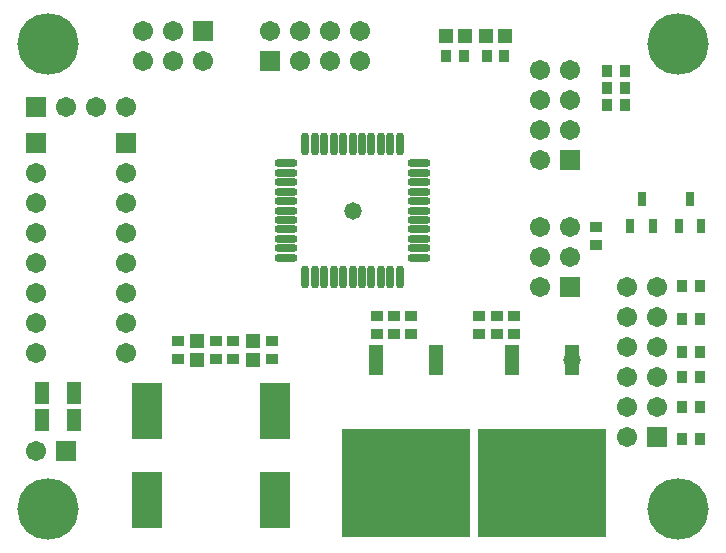
<source format=gts>
G04 Layer_Color=8388736*
%FSLAX24Y24*%
%MOIN*%
G70*
G01*
G75*
%ADD32R,0.0356X0.0434*%
%ADD33R,0.0513X0.0749*%
%ADD34R,0.0434X0.0356*%
%ADD35R,0.0986X0.1871*%
%ADD36R,0.0316X0.0474*%
%ADD37R,0.0493X0.1025*%
%ADD38R,0.4273X0.3584*%
%ADD39R,0.0474X0.0454*%
%ADD40R,0.0454X0.0474*%
%ADD41O,0.0297X0.0769*%
%ADD42O,0.0769X0.0297*%
%ADD43R,0.0671X0.0671*%
%ADD44C,0.0671*%
%ADD45R,0.0671X0.0671*%
%ADD46C,0.2049*%
%ADD47C,0.0580*%
D32*
X21721Y2350D02*
D03*
X21131D02*
D03*
X21721Y3400D02*
D03*
X21131D02*
D03*
X21721Y4400D02*
D03*
X21131D02*
D03*
X21721Y5250D02*
D03*
X21131D02*
D03*
X21721Y6350D02*
D03*
X21131D02*
D03*
X21721Y7450D02*
D03*
X21131D02*
D03*
X19227Y14600D02*
D03*
X18636D02*
D03*
X13872Y15118D02*
D03*
X13281D02*
D03*
X15212D02*
D03*
X14622D02*
D03*
X18636Y14027D02*
D03*
X19227D02*
D03*
X19227Y13455D02*
D03*
X18636D02*
D03*
D33*
X-210Y2983D02*
D03*
X853D02*
D03*
X-210Y3871D02*
D03*
X853D02*
D03*
D34*
X14379Y6432D02*
D03*
Y5842D02*
D03*
X14952Y6432D02*
D03*
Y5842D02*
D03*
X15524Y6432D02*
D03*
Y5842D02*
D03*
X11523Y6432D02*
D03*
Y5842D02*
D03*
X12095Y6432D02*
D03*
Y5842D02*
D03*
X10950Y6432D02*
D03*
Y5842D02*
D03*
X6176Y5595D02*
D03*
Y5005D02*
D03*
X5603Y5005D02*
D03*
Y5595D02*
D03*
X4320Y5595D02*
D03*
Y5005D02*
D03*
X18276Y8809D02*
D03*
Y9400D02*
D03*
X7458Y5005D02*
D03*
Y5595D02*
D03*
D35*
X3305Y318D02*
D03*
Y3271D02*
D03*
X7559Y318D02*
D03*
Y3271D02*
D03*
D36*
X19415Y9435D02*
D03*
X20163D02*
D03*
X19789Y10340D02*
D03*
X21021Y9435D02*
D03*
X21769D02*
D03*
X21395Y10340D02*
D03*
D37*
X17450Y4954D02*
D03*
X15450D02*
D03*
X12940D02*
D03*
X10940D02*
D03*
D38*
X16450Y879D02*
D03*
X11940D02*
D03*
D39*
X4962Y4985D02*
D03*
Y5615D02*
D03*
X6817Y4985D02*
D03*
Y5615D02*
D03*
D40*
X13892Y15759D02*
D03*
X13262D02*
D03*
X15232D02*
D03*
X14602D02*
D03*
D41*
X11725Y12174D02*
D03*
X11410D02*
D03*
X11095D02*
D03*
X10780D02*
D03*
X10465D02*
D03*
X10150D02*
D03*
X9835D02*
D03*
X9520D02*
D03*
X9205D02*
D03*
X8890D02*
D03*
X8575D02*
D03*
Y7726D02*
D03*
X8890D02*
D03*
X9205D02*
D03*
X9520D02*
D03*
X9835D02*
D03*
X10150D02*
D03*
X10465D02*
D03*
X10780D02*
D03*
X11095D02*
D03*
X11410D02*
D03*
X11725D02*
D03*
D42*
X7926Y11525D02*
D03*
Y11210D02*
D03*
Y10895D02*
D03*
Y10580D02*
D03*
Y10265D02*
D03*
Y9950D02*
D03*
Y9635D02*
D03*
Y9320D02*
D03*
Y9005D02*
D03*
Y8690D02*
D03*
Y8375D02*
D03*
X12374D02*
D03*
Y8690D02*
D03*
Y9005D02*
D03*
Y9320D02*
D03*
Y9635D02*
D03*
Y9950D02*
D03*
Y10265D02*
D03*
Y10580D02*
D03*
Y10895D02*
D03*
Y11210D02*
D03*
Y11525D02*
D03*
D43*
X20294Y2400D02*
D03*
X-411Y12219D02*
D03*
X2589D02*
D03*
X17400Y7400D02*
D03*
Y11650D02*
D03*
D44*
X19294Y2400D02*
D03*
X20294Y3400D02*
D03*
X19294D02*
D03*
X20294Y4400D02*
D03*
X19294D02*
D03*
X20294Y5400D02*
D03*
X19294D02*
D03*
X20294Y6400D02*
D03*
X19294D02*
D03*
X20294Y7400D02*
D03*
X19294D02*
D03*
X-411Y5219D02*
D03*
Y6219D02*
D03*
Y7219D02*
D03*
Y8219D02*
D03*
Y9219D02*
D03*
Y10219D02*
D03*
Y11219D02*
D03*
X2589Y5219D02*
D03*
Y6219D02*
D03*
Y7219D02*
D03*
Y8219D02*
D03*
Y9219D02*
D03*
Y10219D02*
D03*
Y11219D02*
D03*
X16400Y9400D02*
D03*
X17400D02*
D03*
X16400Y8400D02*
D03*
X17400D02*
D03*
X16400Y7400D02*
D03*
X3150Y14945D02*
D03*
Y15945D02*
D03*
X4150Y14945D02*
D03*
Y15945D02*
D03*
X5150Y14945D02*
D03*
X16400Y11650D02*
D03*
X17400Y12650D02*
D03*
X16400D02*
D03*
X17400Y13650D02*
D03*
X16400D02*
D03*
X17400Y14650D02*
D03*
X16400D02*
D03*
X-411Y1950D02*
D03*
X7410Y15945D02*
D03*
X8410Y14945D02*
D03*
Y15945D02*
D03*
X9410Y14945D02*
D03*
Y15945D02*
D03*
X10410Y14945D02*
D03*
Y15945D02*
D03*
X589Y13398D02*
D03*
X1589D02*
D03*
X2589D02*
D03*
D45*
X5150Y15945D02*
D03*
X589Y1950D02*
D03*
X7410Y14945D02*
D03*
X-411Y13398D02*
D03*
D46*
X0Y0D02*
D03*
X21000D02*
D03*
Y15500D02*
D03*
X0D02*
D03*
D47*
X3305Y318D02*
D03*
X7559D02*
D03*
X13370Y750D02*
D03*
X11860D02*
D03*
X16390D02*
D03*
X14880D02*
D03*
X10350D02*
D03*
X17900D02*
D03*
X10150Y9950D02*
D03*
X17450Y4954D02*
D03*
M02*

</source>
